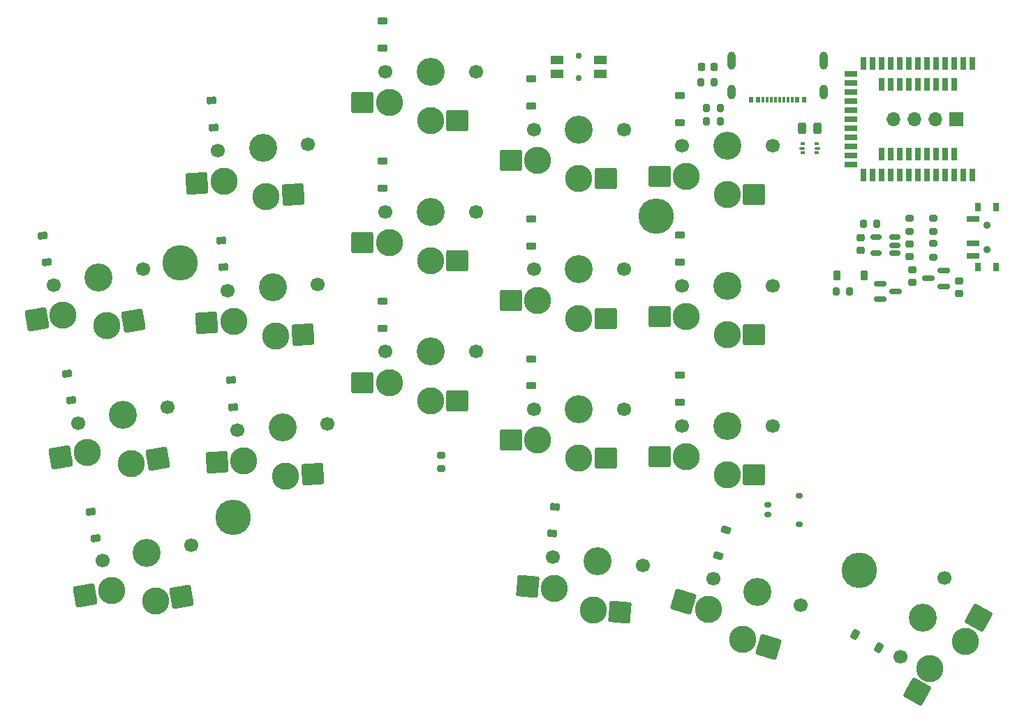
<source format=gbs>
G04 #@! TF.GenerationSoftware,KiCad,Pcbnew,8.0.4*
G04 #@! TF.CreationDate,2024-10-20T02:46:26-03:00*
G04 #@! TF.ProjectId,carpo_left,63617270-6f5f-46c6-9566-742e6b696361,rev?*
G04 #@! TF.SameCoordinates,Original*
G04 #@! TF.FileFunction,Soldermask,Bot*
G04 #@! TF.FilePolarity,Negative*
%FSLAX46Y46*%
G04 Gerber Fmt 4.6, Leading zero omitted, Abs format (unit mm)*
G04 Created by KiCad (PCBNEW 8.0.4) date 2024-10-20 02:46:26*
%MOMM*%
%LPD*%
G01*
G04 APERTURE LIST*
G04 Aperture macros list*
%AMRoundRect*
0 Rectangle with rounded corners*
0 $1 Rounding radius*
0 $2 $3 $4 $5 $6 $7 $8 $9 X,Y pos of 4 corners*
0 Add a 4 corners polygon primitive as box body*
4,1,4,$2,$3,$4,$5,$6,$7,$8,$9,$2,$3,0*
0 Add four circle primitives for the rounded corners*
1,1,$1+$1,$2,$3*
1,1,$1+$1,$4,$5*
1,1,$1+$1,$6,$7*
1,1,$1+$1,$8,$9*
0 Add four rect primitives between the rounded corners*
20,1,$1+$1,$2,$3,$4,$5,0*
20,1,$1+$1,$4,$5,$6,$7,0*
20,1,$1+$1,$6,$7,$8,$9,0*
20,1,$1+$1,$8,$9,$2,$3,0*%
G04 Aperture macros list end*
%ADD10C,4.300000*%
%ADD11R,1.700000X1.700000*%
%ADD12O,1.700000X1.700000*%
%ADD13RoundRect,0.225000X-0.408374X0.156464X-0.330232X-0.286700X0.408374X-0.156464X0.330232X0.286700X0*%
%ADD14C,1.700000*%
%ADD15C,3.400000*%
%ADD16C,3.300000*%
%ADD17RoundRect,0.260000X1.065000X1.040000X-1.065000X1.040000X-1.065000X-1.040000X1.065000X-1.040000X0*%
%ADD18RoundRect,0.200000X0.200000X0.275000X-0.200000X0.275000X-0.200000X-0.275000X0.200000X-0.275000X0*%
%ADD19RoundRect,0.225000X-0.292831X0.324808X-0.424398X-0.105529X0.292831X-0.324808X0.424398X0.105529X0*%
%ADD20RoundRect,0.243750X0.243750X0.456250X-0.243750X0.456250X-0.243750X-0.456250X0.243750X-0.456250X0*%
%ADD21RoundRect,0.225000X0.250000X-0.225000X0.250000X0.225000X-0.250000X0.225000X-0.250000X-0.225000X0*%
%ADD22RoundRect,0.225000X-0.375000X0.225000X-0.375000X-0.225000X0.375000X-0.225000X0.375000X0.225000X0*%
%ADD23RoundRect,0.260000X0.989859X1.111757X-1.134952X0.963176X-0.989859X-1.111757X1.134952X-0.963176X0*%
%ADD24RoundRect,0.260000X0.868226X1.209135X-1.229414X0.839265X-0.868226X-1.209135X1.229414X-0.839265X0*%
%ADD25RoundRect,0.260000X1.151589X0.943222X-0.970305X1.128863X-1.151589X-0.943222X0.970305X-1.128863X0*%
%ADD26R,0.700000X1.524000*%
%ADD27R,1.524000X0.700000*%
%ADD28RoundRect,0.150000X0.512500X0.150000X-0.512500X0.150000X-0.512500X-0.150000X0.512500X-0.150000X0*%
%ADD29RoundRect,0.225000X-0.389782X0.198293X-0.358391X-0.250611X0.389782X-0.198293X0.358391X0.250611X0*%
%ADD30RoundRect,0.225000X-0.250000X0.225000X-0.250000X-0.225000X0.250000X-0.225000X0.250000X0.225000X0*%
%ADD31RoundRect,0.260000X-0.393282X1.435672X-1.425927X-0.427268X0.393282X-1.435672X1.425927X0.427268X0*%
%ADD32RoundRect,0.225000X-0.225000X-0.250000X0.225000X-0.250000X0.225000X0.250000X-0.225000X0.250000X0*%
%ADD33C,0.750000*%
%ADD34R,1.550000X1.000000*%
%ADD35RoundRect,0.225000X0.225000X0.375000X-0.225000X0.375000X-0.225000X-0.375000X0.225000X-0.375000X0*%
%ADD36RoundRect,0.200000X-0.200000X-0.275000X0.200000X-0.275000X0.200000X0.275000X-0.200000X0.275000X0*%
%ADD37R,0.800000X1.000000*%
%ADD38C,0.900000*%
%ADD39R,1.500000X0.700000*%
%ADD40RoundRect,0.200000X0.275000X-0.200000X0.275000X0.200000X-0.275000X0.200000X-0.275000X-0.200000X0*%
%ADD41RoundRect,0.260000X1.322531X0.683181X-0.714398X1.305933X-1.322531X-0.683181X0.714398X-1.305933X0*%
%ADD42RoundRect,0.150000X-0.587500X-0.150000X0.587500X-0.150000X0.587500X0.150000X-0.587500X0.150000X0*%
%ADD43RoundRect,0.225000X-0.353963X0.256827X-0.393183X-0.191460X0.353963X-0.256827X0.393183X0.191460X0*%
%ADD44R,0.540000X0.800000*%
%ADD45R,0.300000X0.800000*%
%ADD46O,1.000000X1.800000*%
%ADD47O,1.000000X2.200000*%
%ADD48RoundRect,0.150000X0.587500X0.150000X-0.587500X0.150000X-0.587500X-0.150000X0.587500X-0.150000X0*%
%ADD49RoundRect,0.093750X-0.156250X-0.093750X0.156250X-0.093750X0.156250X0.093750X-0.156250X0.093750X0*%
%ADD50RoundRect,0.075000X-0.250000X-0.075000X0.250000X-0.075000X0.250000X0.075000X-0.250000X0.075000X0*%
%ADD51RoundRect,0.225000X-0.378593X-0.218900X0.014986X-0.437065X0.378593X0.218900X-0.014986X0.437065X0*%
%ADD52RoundRect,0.150000X-0.275000X0.150000X-0.275000X-0.150000X0.275000X-0.150000X0.275000X0.150000X0*%
%ADD53RoundRect,0.175000X-0.225000X0.175000X-0.225000X-0.175000X0.225000X-0.175000X0.225000X0.175000X0*%
G04 APERTURE END LIST*
D10*
X111784477Y-83118956D03*
X169554515Y-77399999D03*
D11*
X205980000Y-65650000D03*
D12*
X203440000Y-65650000D03*
X200900000Y-65650000D03*
X198360000Y-65650000D03*
D10*
X194177165Y-120406206D03*
X118252436Y-114041804D03*
D13*
X98058951Y-96557175D03*
X98631989Y-99807041D03*
D14*
X165700000Y-100900000D03*
D15*
X160200000Y-100900000D03*
D14*
X154700000Y-100900000D03*
D16*
X155200000Y-104650000D03*
D17*
X151955000Y-104650000D03*
X163445000Y-106850000D03*
D16*
X160200000Y-106850000D03*
D18*
X177325000Y-65900000D03*
X175675000Y-65900000D03*
D19*
X178049662Y-115522969D03*
X177084836Y-118678775D03*
D20*
X189137500Y-66800000D03*
X187262500Y-66800000D03*
D14*
X183700000Y-68900000D03*
D15*
X178200000Y-68900000D03*
D14*
X172700000Y-68900000D03*
D16*
X173200000Y-72650000D03*
D17*
X169955000Y-72650000D03*
X181445000Y-74850000D03*
D16*
X178200000Y-74850000D03*
D14*
X183700000Y-102900000D03*
D15*
X178200000Y-102900000D03*
D14*
X172700000Y-102900000D03*
D16*
X173200000Y-106650000D03*
D17*
X169955000Y-106650000D03*
X181445000Y-108850000D03*
D16*
X178200000Y-108850000D03*
D21*
X200300000Y-82350000D03*
X200300000Y-80800000D03*
D13*
X101010970Y-113298907D03*
X101584008Y-116548773D03*
D22*
X154399473Y-94750650D03*
X154399473Y-98050650D03*
X136399473Y-87750650D03*
X136399473Y-91050650D03*
D14*
X127338254Y-68747675D03*
D15*
X121851652Y-69131336D03*
D14*
X116365050Y-69514997D03*
D16*
X117125419Y-73220984D03*
D23*
X113888323Y-73447343D03*
X125503798Y-74840482D03*
D16*
X122266703Y-75066842D03*
D14*
X110255621Y-100650787D03*
D15*
X104839178Y-101605852D03*
D14*
X99422735Y-102560917D03*
D16*
X100566320Y-106167122D03*
D24*
X97370619Y-106730610D03*
X109068086Y-106901970D03*
D16*
X105872385Y-107465458D03*
D14*
X167961079Y-119824077D03*
D15*
X162482008Y-119344720D03*
D14*
X157002937Y-118865363D03*
D16*
X157174197Y-122644671D03*
D25*
X153941549Y-122361851D03*
X165196083Y-125554899D03*
D16*
X161963431Y-125272078D03*
D14*
X165700000Y-66900001D03*
D15*
X160200000Y-66900001D03*
D14*
X154700000Y-66900001D03*
D16*
X155200000Y-70650001D03*
D17*
X151955000Y-70650001D03*
X163445000Y-72850001D03*
D16*
X160200000Y-72850001D03*
D26*
X207900000Y-72400000D03*
X206800000Y-72400000D03*
X205700000Y-72400000D03*
X204600000Y-72400000D03*
X203500000Y-72400000D03*
X202400000Y-72400000D03*
X201300000Y-72400000D03*
X200200000Y-72400000D03*
X199100000Y-72400000D03*
X198000000Y-72400000D03*
X196900000Y-72400000D03*
X195800000Y-72400000D03*
X194700000Y-72400000D03*
D27*
X193200000Y-71150000D03*
X193200000Y-70050000D03*
X193200000Y-68950000D03*
X193200000Y-67850000D03*
X193200000Y-66750000D03*
X193200000Y-65650000D03*
X193200000Y-64550000D03*
X193200000Y-63450000D03*
X193200000Y-62350000D03*
X193200000Y-61250000D03*
X193200000Y-60150000D03*
D26*
X194700000Y-58900000D03*
X195800000Y-58900000D03*
X196900000Y-58900000D03*
X198000000Y-58900000D03*
X199100000Y-58900000D03*
X200200000Y-58900000D03*
X201300000Y-58900000D03*
X202400000Y-58900000D03*
X203500000Y-58900000D03*
X204600000Y-58900000D03*
X205700000Y-58900000D03*
X206800000Y-58900000D03*
X207900000Y-58900000D03*
X205700000Y-69900000D03*
X204600000Y-69900000D03*
X203500000Y-69900000D03*
X202400000Y-69900000D03*
X201300000Y-69900000D03*
X200200000Y-69900000D03*
X199100000Y-69900000D03*
X198000000Y-69900000D03*
X196900000Y-69900000D03*
X205700000Y-61400000D03*
X204600000Y-61400000D03*
X203500000Y-61400000D03*
X202400000Y-61400000D03*
X201300000Y-61400000D03*
X200200000Y-61400000D03*
X199100000Y-61400000D03*
X198000000Y-61400000D03*
X196900000Y-61400000D03*
D22*
X172399473Y-79750650D03*
X172399473Y-83050650D03*
D14*
X129709974Y-102664852D03*
D15*
X124223372Y-103048513D03*
D14*
X118736770Y-103432174D03*
D16*
X119497139Y-107138161D03*
D23*
X116260043Y-107364520D03*
X127875518Y-108757659D03*
D16*
X124638423Y-108984019D03*
D22*
X172399473Y-96750650D03*
X172399473Y-100050650D03*
D28*
X198475000Y-80000000D03*
X198475000Y-80950000D03*
X198475000Y-81900000D03*
X196200000Y-81900000D03*
X196200000Y-80000000D03*
D29*
X118008018Y-97318766D03*
X118238214Y-100610728D03*
D30*
X200600000Y-83925000D03*
X200600000Y-85475000D03*
D29*
X116822158Y-80360177D03*
X117052354Y-83652139D03*
D14*
X204566072Y-121362575D03*
D15*
X201899619Y-126172983D03*
D14*
X199233166Y-130983391D03*
D16*
X202755395Y-132364118D03*
D31*
X201182188Y-135202259D03*
X208676813Y-126219459D03*
D16*
X207103606Y-129057600D03*
D29*
X115636298Y-63401589D03*
X115866494Y-66693551D03*
D32*
X175025000Y-59300000D03*
X176575000Y-59300000D03*
D14*
X165700000Y-83900000D03*
D15*
X160200000Y-83900000D03*
D14*
X154700000Y-83900000D03*
D16*
X155200000Y-87650000D03*
D17*
X151955000Y-87650000D03*
X163445000Y-89850000D03*
D16*
X160200000Y-89850000D03*
D33*
X160200000Y-60685000D03*
X160200000Y-57935000D03*
D34*
X162825000Y-58460000D03*
X157575000Y-58460000D03*
X162825000Y-60160000D03*
X157575000Y-60160000D03*
D35*
X194750000Y-84600000D03*
X191450000Y-84600000D03*
D36*
X191375000Y-86600000D03*
X193025000Y-86600000D03*
D14*
X113207640Y-117392519D03*
D15*
X107791197Y-118347584D03*
D14*
X102374754Y-119302649D03*
D16*
X103518339Y-122908854D03*
D24*
X100322638Y-123472342D03*
X112020105Y-123643702D03*
D16*
X108824404Y-124207190D03*
D36*
X174975000Y-61200000D03*
X176625000Y-61200000D03*
D21*
X206300000Y-86875000D03*
X206300000Y-85325000D03*
D22*
X154399473Y-60750651D03*
X154399473Y-64050651D03*
D37*
X210830000Y-76350000D03*
X208620000Y-76350000D03*
D38*
X209730000Y-78500000D03*
X209730000Y-81500000D03*
D37*
X210830000Y-83650000D03*
X208620000Y-83650000D03*
D39*
X207970000Y-77750000D03*
X207970000Y-80750000D03*
X207970000Y-82250000D03*
D22*
X136399473Y-53750650D03*
X136399473Y-57050650D03*
D40*
X203200000Y-79325000D03*
X203200000Y-77675000D03*
D22*
X172399473Y-62750650D03*
X172399473Y-66050650D03*
X154399473Y-77750650D03*
X154399473Y-81050650D03*
D14*
X147700000Y-76900000D03*
D15*
X142200000Y-76900000D03*
D14*
X136700000Y-76900000D03*
D16*
X137200000Y-80650000D03*
D17*
X133955000Y-80650000D03*
X145445000Y-82850000D03*
D16*
X142200000Y-82850000D03*
D14*
X187058514Y-124707576D03*
D15*
X181798838Y-123099532D03*
D14*
X176539162Y-121491488D03*
D16*
X175920920Y-125223816D03*
D41*
X172817711Y-124275070D03*
X183162435Y-129738291D03*
D16*
X180059226Y-128789545D03*
D21*
X194400000Y-81575000D03*
X194400000Y-80025000D03*
D42*
X196762500Y-87550000D03*
X196762500Y-85650000D03*
X198637500Y-86600000D03*
D43*
X157239505Y-112713221D03*
X156951891Y-116000663D03*
D14*
X147700000Y-59900000D03*
D15*
X142200000Y-59900000D03*
D14*
X136700000Y-59900000D03*
D16*
X137200000Y-63650000D03*
D17*
X133955000Y-63650000D03*
X145445000Y-65850000D03*
D16*
X142200000Y-65850000D03*
D44*
X187477000Y-63297000D03*
X181077000Y-63297000D03*
X186677000Y-63297000D03*
X181877000Y-63297000D03*
D45*
X183027000Y-63297000D03*
X184027000Y-63297000D03*
X184527000Y-63297000D03*
X185527000Y-63297000D03*
X186027000Y-63297000D03*
X185027000Y-63297000D03*
X183527000Y-63297000D03*
X182519000Y-63297000D03*
D46*
X189852300Y-62397000D03*
D47*
X189852300Y-58597000D03*
X178701700Y-58597000D03*
D46*
X178701400Y-62397000D03*
D18*
X177325000Y-64300000D03*
X175675000Y-64300000D03*
D40*
X203200000Y-82425000D03*
X203200000Y-80775000D03*
D48*
X204437500Y-84050000D03*
X204437500Y-85950000D03*
X202562500Y-85000000D03*
D49*
X187350000Y-69737500D03*
D50*
X187275000Y-69200000D03*
D49*
X187350000Y-68662500D03*
X189050000Y-68662500D03*
D50*
X189125000Y-69200000D03*
D49*
X189050000Y-69737500D03*
D51*
X193709124Y-128264974D03*
X196595370Y-129864846D03*
D22*
X136399473Y-70750650D03*
X136399473Y-74050650D03*
D14*
X128524114Y-85706263D03*
D15*
X123037512Y-86089924D03*
D14*
X117550910Y-86473585D03*
D16*
X118311279Y-90179572D03*
D23*
X115074183Y-90405931D03*
X126689658Y-91799070D03*
D16*
X123452563Y-92025430D03*
D36*
X194675000Y-78400000D03*
X196325000Y-78400000D03*
D52*
X183125000Y-112500000D03*
X183125000Y-113700000D03*
D53*
X186900000Y-111350000D03*
X186900000Y-114850000D03*
D40*
X200300000Y-79300000D03*
X200300000Y-77650000D03*
D14*
X147700000Y-93900000D03*
D15*
X142200000Y-93900000D03*
D14*
X136700000Y-93900000D03*
D16*
X137200000Y-97650000D03*
D17*
X133955000Y-97650000D03*
X145445000Y-99850000D03*
D16*
X142200000Y-99850000D03*
D14*
X183700000Y-85900000D03*
D15*
X178200000Y-85900000D03*
D14*
X172700000Y-85900000D03*
D16*
X173200000Y-89650000D03*
D17*
X169955000Y-89650000D03*
X181445000Y-91850000D03*
D16*
X178200000Y-91850000D03*
D13*
X95106932Y-79815443D03*
X95679970Y-83065309D03*
D14*
X107303602Y-83909055D03*
D15*
X101887159Y-84864120D03*
D14*
X96470716Y-85819185D03*
D16*
X97614301Y-89425390D03*
D24*
X94418600Y-89988878D03*
X106116067Y-90160238D03*
D16*
X102920366Y-90723726D03*
D40*
X143500000Y-108125000D03*
X143500000Y-106475000D03*
M02*

</source>
